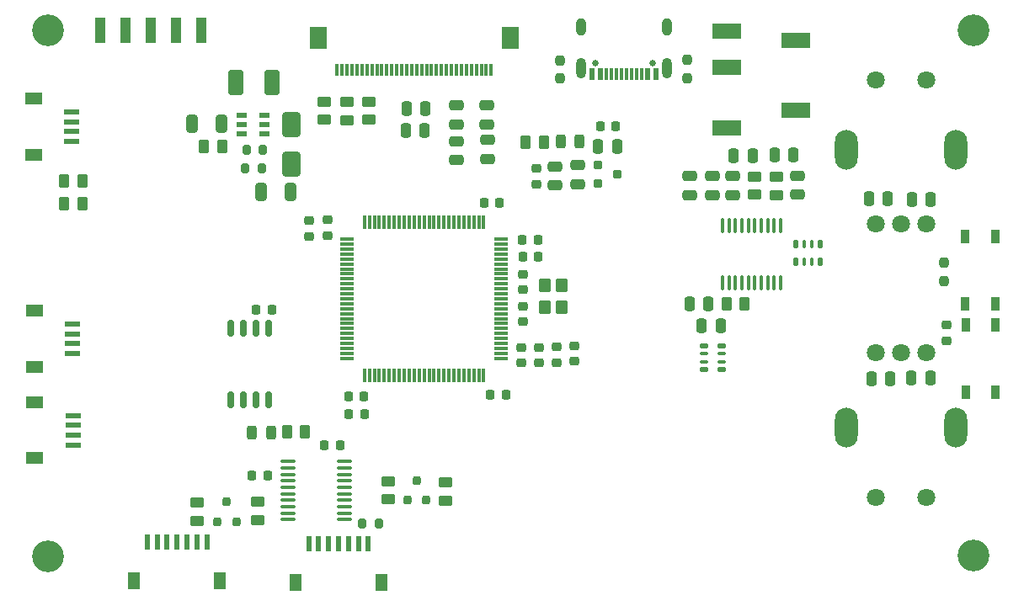
<source format=gbr>
%TF.GenerationSoftware,KiCad,Pcbnew,9.0.0*%
%TF.CreationDate,2025-04-11T20:43:28+08:00*%
%TF.ProjectId,wgr,7767722e-6b69-4636-9164-5f7063625858,rev?*%
%TF.SameCoordinates,Original*%
%TF.FileFunction,Soldermask,Bot*%
%TF.FilePolarity,Negative*%
%FSLAX46Y46*%
G04 Gerber Fmt 4.6, Leading zero omitted, Abs format (unit mm)*
G04 Created by KiCad (PCBNEW 9.0.0) date 2025-04-11 20:43:28*
%MOMM*%
%LPD*%
G01*
G04 APERTURE LIST*
G04 Aperture macros list*
%AMRoundRect*
0 Rectangle with rounded corners*
0 $1 Rounding radius*
0 $2 $3 $4 $5 $6 $7 $8 $9 X,Y pos of 4 corners*
0 Add a 4 corners polygon primitive as box body*
4,1,4,$2,$3,$4,$5,$6,$7,$8,$9,$2,$3,0*
0 Add four circle primitives for the rounded corners*
1,1,$1+$1,$2,$3*
1,1,$1+$1,$4,$5*
1,1,$1+$1,$6,$7*
1,1,$1+$1,$8,$9*
0 Add four rect primitives between the rounded corners*
20,1,$1+$1,$2,$3,$4,$5,0*
20,1,$1+$1,$4,$5,$6,$7,0*
20,1,$1+$1,$6,$7,$8,$9,0*
20,1,$1+$1,$8,$9,$2,$3,0*%
G04 Aperture macros list end*
%ADD10RoundRect,0.250000X-0.262500X-0.450000X0.262500X-0.450000X0.262500X0.450000X-0.262500X0.450000X0*%
%ADD11RoundRect,0.225000X0.225000X0.250000X-0.225000X0.250000X-0.225000X-0.250000X0.225000X-0.250000X0*%
%ADD12RoundRect,0.225000X-0.225000X-0.250000X0.225000X-0.250000X0.225000X0.250000X-0.225000X0.250000X0*%
%ADD13RoundRect,0.100000X0.637500X0.100000X-0.637500X0.100000X-0.637500X-0.100000X0.637500X-0.100000X0*%
%ADD14RoundRect,0.250000X0.450000X-0.262500X0.450000X0.262500X-0.450000X0.262500X-0.450000X-0.262500X0*%
%ADD15RoundRect,0.200000X-0.200000X-0.275000X0.200000X-0.275000X0.200000X0.275000X-0.200000X0.275000X0*%
%ADD16RoundRect,0.200000X0.200000X-0.250000X0.200000X0.250000X-0.200000X0.250000X-0.200000X-0.250000X0*%
%ADD17RoundRect,0.243750X-0.243750X-0.456250X0.243750X-0.456250X0.243750X0.456250X-0.243750X0.456250X0*%
%ADD18RoundRect,0.243750X0.243750X0.456250X-0.243750X0.456250X-0.243750X-0.456250X0.243750X-0.456250X0*%
%ADD19R,0.600000X1.550000*%
%ADD20R,1.200000X1.800000*%
%ADD21C,3.200000*%
%ADD22O,2.300000X4.000000*%
%ADD23C,1.800000*%
%ADD24R,1.550000X0.600000*%
%ADD25R,1.800000X1.200000*%
%ADD26RoundRect,0.225000X-0.250000X0.225000X-0.250000X-0.225000X0.250000X-0.225000X0.250000X0.225000X0*%
%ADD27RoundRect,0.237500X-0.237500X0.250000X-0.237500X-0.250000X0.237500X-0.250000X0.237500X0.250000X0*%
%ADD28RoundRect,0.225000X0.250000X-0.225000X0.250000X0.225000X-0.250000X0.225000X-0.250000X-0.225000X0*%
%ADD29RoundRect,0.250000X-0.250000X-0.475000X0.250000X-0.475000X0.250000X0.475000X-0.250000X0.475000X0*%
%ADD30RoundRect,0.250000X0.250000X0.475000X-0.250000X0.475000X-0.250000X-0.475000X0.250000X-0.475000X0*%
%ADD31RoundRect,0.250000X-0.475000X0.250000X-0.475000X-0.250000X0.475000X-0.250000X0.475000X0.250000X0*%
%ADD32RoundRect,0.250000X-0.450000X0.262500X-0.450000X-0.262500X0.450000X-0.262500X0.450000X0.262500X0*%
%ADD33RoundRect,0.250000X0.262500X0.450000X-0.262500X0.450000X-0.262500X-0.450000X0.262500X-0.450000X0*%
%ADD34RoundRect,0.250000X0.475000X-0.250000X0.475000X0.250000X-0.475000X0.250000X-0.475000X-0.250000X0*%
%ADD35R,0.300000X1.300000*%
%ADD36R,1.800000X2.200000*%
%ADD37RoundRect,0.250000X0.325000X0.650000X-0.325000X0.650000X-0.325000X-0.650000X0.325000X-0.650000X0*%
%ADD38RoundRect,0.125000X0.275000X0.125000X-0.275000X0.125000X-0.275000X-0.125000X0.275000X-0.125000X0*%
%ADD39RoundRect,0.100000X0.300000X0.100000X-0.300000X0.100000X-0.300000X-0.100000X0.300000X-0.100000X0*%
%ADD40RoundRect,0.162500X0.162500X-0.650000X0.162500X0.650000X-0.162500X0.650000X-0.162500X-0.650000X0*%
%ADD41R,1.000000X2.500000*%
%ADD42C,0.650000*%
%ADD43R,0.600000X1.240000*%
%ADD44R,0.300000X1.240000*%
%ADD45O,1.000000X1.800000*%
%ADD46O,1.000000X2.100000*%
%ADD47R,3.000000X1.500000*%
%ADD48RoundRect,0.125000X0.125000X-0.275000X0.125000X0.275000X-0.125000X0.275000X-0.125000X-0.275000X0*%
%ADD49RoundRect,0.100000X0.100000X-0.300000X0.100000X0.300000X-0.100000X0.300000X-0.100000X-0.300000X0*%
%ADD50R,0.900000X1.400000*%
%ADD51RoundRect,0.250001X-0.499999X-0.999999X0.499999X-0.999999X0.499999X0.999999X-0.499999X0.999999X0*%
%ADD52RoundRect,0.200000X-0.250000X-0.200000X0.250000X-0.200000X0.250000X0.200000X-0.250000X0.200000X0*%
%ADD53R,1.475000X0.300000*%
%ADD54R,0.300000X1.475000*%
%ADD55RoundRect,0.250000X0.650000X-1.000000X0.650000X1.000000X-0.650000X1.000000X-0.650000X-1.000000X0*%
%ADD56RoundRect,0.100000X-0.100000X0.637500X-0.100000X-0.637500X0.100000X-0.637500X0.100000X0.637500X0*%
%ADD57RoundRect,0.218750X0.256250X-0.218750X0.256250X0.218750X-0.256250X0.218750X-0.256250X-0.218750X0*%
%ADD58RoundRect,0.250000X-0.350000X0.450000X-0.350000X-0.450000X0.350000X-0.450000X0.350000X0.450000X0*%
%ADD59RoundRect,0.200000X0.200000X0.275000X-0.200000X0.275000X-0.200000X-0.275000X0.200000X-0.275000X0*%
%ADD60R,1.072000X0.532000*%
%ADD61RoundRect,0.218750X-0.218750X-0.256250X0.218750X-0.256250X0.218750X0.256250X-0.218750X0.256250X0*%
G04 APERTURE END LIST*
D10*
%TO.C,R3*%
X221665712Y-13910000D03*
X223490712Y-13910000D03*
%TD*%
D11*
%TO.C,C40*%
X182784106Y-28180000D03*
X181234106Y-28180000D03*
%TD*%
D12*
%TO.C,C41*%
X175515894Y-31200000D03*
X173965894Y-31200000D03*
%TD*%
D13*
%TO.C,U4*%
X177537500Y-30430000D03*
X183262500Y-29780000D03*
X183262500Y-30430000D03*
X183262500Y-31080000D03*
X183262500Y-31730000D03*
X183262500Y-32380000D03*
X183262500Y-33030000D03*
X183262500Y-33680000D03*
X183262500Y-34330000D03*
X183262500Y-34980000D03*
X183262500Y-35630000D03*
X177537500Y-35630000D03*
X177537500Y-34980000D03*
X177537500Y-34330000D03*
X177537500Y-33680000D03*
X177537500Y-33030000D03*
X177537500Y-32380000D03*
X177537500Y-31730000D03*
X177537500Y-31080000D03*
X177537500Y-29780000D03*
%TD*%
D10*
%TO.C,R29*%
X177467500Y-26810000D03*
X179292500Y-26810000D03*
%TD*%
%TO.C,R28*%
X201467500Y2320000D03*
X203292500Y2320000D03*
%TD*%
D14*
%TO.C,R27*%
X193380000Y-33712500D03*
X193380000Y-31887500D03*
%TD*%
%TO.C,R26*%
X187630000Y-33582500D03*
X187630000Y-31757500D03*
%TD*%
D15*
%TO.C,R16*%
X185035000Y-36070000D03*
X186685000Y-36070000D03*
%TD*%
D16*
%TO.C,Q2*%
X191450000Y-33680000D03*
X189550000Y-33680000D03*
X190500000Y-31680000D03*
%TD*%
D17*
%TO.C,LED2*%
X173962500Y-26900000D03*
X175837500Y-26900000D03*
%TD*%
D18*
%TO.C,LED1*%
X206837500Y2380000D03*
X204962500Y2380000D03*
%TD*%
D19*
%TO.C,J5*%
X184650000Y-38100340D03*
X185650000Y-38100340D03*
X183650000Y-38100340D03*
X182650000Y-38100340D03*
X181650000Y-38100340D03*
X180650000Y-38100340D03*
X179650000Y-38100340D03*
D20*
X186950000Y-41975340D03*
X178350000Y-41975340D03*
%TD*%
D21*
%TO.C,H2*%
X246475000Y13575000D03*
%TD*%
D22*
%TO.C,SW9*%
X244675500Y1570000D03*
X233675500Y1570000D03*
D23*
X236635500Y-5930000D03*
X241715500Y-5930000D03*
X239175500Y-5930000D03*
X236635500Y8570000D03*
X241715500Y8570000D03*
%TD*%
D21*
%TO.C,H4*%
X153475000Y-39325000D03*
%TD*%
D22*
%TO.C,SW10*%
X233724500Y-26370000D03*
X244724500Y-26370000D03*
D23*
X241764500Y-18870000D03*
X236684500Y-18870000D03*
X239224500Y-18870000D03*
X241764500Y-33370000D03*
X236684500Y-33370000D03*
%TD*%
D21*
%TO.C,H3*%
X153475000Y13625000D03*
%TD*%
%TO.C,H1*%
X246475000Y-39275000D03*
%TD*%
D15*
%TO.C,R13*%
X173261499Y-285287D03*
X174911499Y-285287D03*
%TD*%
D24*
%TO.C,J7*%
X155837000Y2387000D03*
X155837000Y3387000D03*
X155837000Y4387000D03*
X155837000Y5387000D03*
D25*
X151962000Y1087000D03*
X151962000Y6687000D03*
%TD*%
D26*
%TO.C,C34*%
X201149695Y-10965018D03*
X201149695Y-12515018D03*
%TD*%
D27*
%TO.C,R22*%
X243550000Y-9787500D03*
X243550000Y-11612500D03*
%TD*%
D28*
%TO.C,C30*%
X204539817Y-19825010D03*
X204539817Y-18275010D03*
%TD*%
D29*
%TO.C,C17*%
X236232262Y-21500000D03*
X238132262Y-21500000D03*
%TD*%
D30*
%TO.C,C36*%
X210640894Y1940000D03*
X208740894Y1940000D03*
%TD*%
D31*
%TO.C,C38*%
X204440894Y-100000D03*
X204440894Y-2000000D03*
%TD*%
D11*
%TO.C,C23*%
X185204939Y-23270014D03*
X183654939Y-23270014D03*
%TD*%
D32*
%TO.C,R12*%
X185687045Y6427882D03*
X185687045Y4602882D03*
%TD*%
D33*
%TO.C,R20*%
X170943498Y1911426D03*
X169118498Y1911426D03*
%TD*%
D32*
%TO.C,R11*%
X183487044Y6347881D03*
X183487044Y4522881D03*
%TD*%
D30*
%TO.C,C18*%
X221070000Y-16104470D03*
X219170000Y-16104470D03*
%TD*%
%TO.C,C16*%
X242132262Y-21420000D03*
X240232262Y-21420000D03*
%TD*%
D14*
%TO.C,R2*%
X226680000Y-3012500D03*
X226680000Y-1187500D03*
%TD*%
%TO.C,R1*%
X224430000Y-2942500D03*
X224430000Y-1117500D03*
%TD*%
%TO.C,R21*%
X168426316Y-35737500D03*
X168426316Y-33912500D03*
%TD*%
D24*
%TO.C,J9*%
X155987000Y-28163000D03*
X155987000Y-27163000D03*
X155987000Y-26163000D03*
X155987000Y-25163000D03*
D25*
X152112000Y-29463000D03*
X152112000Y-23863000D03*
%TD*%
D34*
%TO.C,C9*%
X197574618Y4134364D03*
X197574618Y6034362D03*
%TD*%
D35*
%TO.C,LCD1*%
X198000056Y9605382D03*
X197500056Y9605382D03*
X197000056Y9605382D03*
X196500056Y9605382D03*
X196000056Y9605382D03*
X195500056Y9605382D03*
X195000056Y9605382D03*
X194500056Y9605382D03*
X194000056Y9605382D03*
X193500056Y9605382D03*
X193000056Y9605382D03*
X192500056Y9605382D03*
X192000056Y9605382D03*
X191500056Y9605382D03*
X191000056Y9605382D03*
X190500056Y9605382D03*
X190000056Y9605382D03*
X189500056Y9605382D03*
X189000056Y9605382D03*
X188500056Y9605382D03*
X188000056Y9605382D03*
X187500056Y9605382D03*
X187000056Y9605382D03*
X186500056Y9605382D03*
X186000056Y9605382D03*
X185500056Y9605382D03*
X185000056Y9605382D03*
X184500056Y9605382D03*
X184000056Y9605382D03*
X183500056Y9605382D03*
X183000056Y9605382D03*
X182500056Y9605382D03*
D36*
X180600056Y12855382D03*
X199900056Y12855382D03*
%TD*%
D29*
%TO.C,C6*%
X222360000Y959106D03*
X224260000Y959106D03*
%TD*%
D27*
%TO.C,R24*%
X217700000Y10582500D03*
X217700000Y8757500D03*
%TD*%
D28*
%TO.C,C31*%
X202789817Y-19855006D03*
X202789817Y-18305006D03*
%TD*%
%TO.C,C33*%
X201149695Y-15735022D03*
X201149695Y-14185022D03*
%TD*%
D37*
%TO.C,C19*%
X170869395Y4145287D03*
X167919395Y4145287D03*
%TD*%
D38*
%TO.C,RN1*%
X221160000Y-18160000D03*
D39*
X221160000Y-18960000D03*
X221160000Y-19760000D03*
D38*
X221160000Y-20560000D03*
X219360000Y-20560000D03*
D39*
X219360000Y-19760000D03*
X219360000Y-18960000D03*
D38*
X219360000Y-18160000D03*
%TD*%
D34*
%TO.C,C10*%
X194494619Y534363D03*
X194494619Y2434361D03*
%TD*%
D16*
%TO.C,Q1*%
X172376316Y-35865000D03*
X170476316Y-35865000D03*
X171426316Y-33865000D03*
%TD*%
D34*
%TO.C,C11*%
X194534361Y4135383D03*
X194534361Y6035381D03*
%TD*%
D28*
%TO.C,C24*%
X201050010Y-19845061D03*
X201050010Y-18295061D03*
%TD*%
D40*
%TO.C,U5*%
X175580000Y-23562500D03*
X174310000Y-23562500D03*
X173040000Y-23562500D03*
X171770000Y-23562500D03*
X171770000Y-16387500D03*
X173040000Y-16387500D03*
X174310000Y-16387500D03*
X175580000Y-16387500D03*
%TD*%
D28*
%TO.C,C29*%
X181539817Y-7045014D03*
X181539817Y-5495014D03*
%TD*%
D11*
%TO.C,C27*%
X185235183Y-25039978D03*
X183685183Y-25039978D03*
%TD*%
D12*
%TO.C,C28*%
X201144817Y-7490018D03*
X202694817Y-7490018D03*
%TD*%
D41*
%TO.C,J3*%
X168860000Y13575000D03*
X166320000Y13575000D03*
X163780000Y13575000D03*
X161240000Y13575000D03*
X158700000Y13575000D03*
%TD*%
D30*
%TO.C,C15*%
X242167738Y-3460000D03*
X240267738Y-3460000D03*
%TD*%
D28*
%TO.C,C26*%
X179679939Y-7135002D03*
X179679939Y-5585002D03*
%TD*%
D42*
%TO.C,J1*%
X208455000Y10270000D03*
X214235000Y10270000D03*
D43*
X208145000Y9150000D03*
X208945000Y9150000D03*
D44*
X210095000Y9150000D03*
X211095000Y9150000D03*
X211595000Y9150000D03*
X212595000Y9150000D03*
D43*
X213745000Y9150000D03*
X214545000Y9150000D03*
X214545000Y9150000D03*
X213745000Y9150000D03*
D44*
X213095000Y9150000D03*
X212095000Y9150000D03*
X210595000Y9150000D03*
X209595000Y9150000D03*
D43*
X208945000Y9150000D03*
X208145000Y9150000D03*
D45*
X207025000Y13950000D03*
D46*
X207025000Y9750000D03*
D45*
X215665000Y13950000D03*
D46*
X215665000Y9750000D03*
%TD*%
D47*
%TO.C,PJ1*%
X221660000Y13475000D03*
X221660000Y9875000D03*
X228660000Y5575000D03*
X221660000Y3775000D03*
X228660000Y12575000D03*
%TD*%
D30*
%TO.C,C7*%
X228390894Y1030000D03*
X226490894Y1030000D03*
%TD*%
D14*
%TO.C,R23*%
X174536316Y-35677500D03*
X174536316Y-33852500D03*
%TD*%
D48*
%TO.C,RN2*%
X231042208Y-9710000D03*
D49*
X230242208Y-9710000D03*
X229442208Y-9710000D03*
D48*
X228642208Y-9710000D03*
X228642208Y-7910000D03*
D49*
X229442208Y-7910000D03*
X230242208Y-7910000D03*
D48*
X231042208Y-7910000D03*
%TD*%
D50*
%TO.C,SW7*%
X245690000Y-16033000D03*
X245690000Y-22833000D03*
X248690000Y-16033000D03*
X248690000Y-22833000D03*
%TD*%
D29*
%TO.C,C14*%
X235949526Y-3380000D03*
X237849526Y-3380000D03*
%TD*%
D11*
%TO.C,C25*%
X199454939Y-23080006D03*
X197904939Y-23080006D03*
%TD*%
D51*
%TO.C,L1*%
X172293501Y8330287D03*
X175993501Y8330287D03*
%TD*%
D19*
%TO.C,J4*%
X168400000Y-37875000D03*
X169400000Y-37875000D03*
X167400000Y-37875000D03*
X166400000Y-37875000D03*
X165400000Y-37875000D03*
X164400000Y-37875000D03*
X163400000Y-37875000D03*
D20*
X170700000Y-41750000D03*
X162100000Y-41750000D03*
%TD*%
D26*
%TO.C,C32*%
X243789817Y-16085002D03*
X243789817Y-17635002D03*
%TD*%
D50*
%TO.C,SW8*%
X248679000Y-13960000D03*
X248679000Y-7160000D03*
X245679000Y-13960000D03*
X245679000Y-7160000D03*
%TD*%
D52*
%TO.C,U3*%
X210695000Y-900000D03*
X208695000Y-1850000D03*
X208695000Y50000D03*
%TD*%
D32*
%TO.C,R15*%
X181168724Y6413264D03*
X181168724Y4588264D03*
%TD*%
D30*
%TO.C,C4*%
X219820000Y-13940894D03*
X217920000Y-13940894D03*
%TD*%
D37*
%TO.C,C20*%
X177827607Y-2644713D03*
X174877607Y-2644713D03*
%TD*%
D12*
%TO.C,C35*%
X174374695Y-14520014D03*
X175924695Y-14520014D03*
%TD*%
D34*
%TO.C,C8*%
X197634362Y645382D03*
X197634362Y2545380D03*
%TD*%
D11*
%TO.C,C22*%
X198845061Y-3759982D03*
X197295061Y-3759982D03*
%TD*%
D33*
%TO.C,R18*%
X156872500Y-1580000D03*
X155047500Y-1580000D03*
%TD*%
D24*
%TO.C,J8*%
X155927000Y-18947000D03*
X155927000Y-17947000D03*
X155927000Y-16947000D03*
X155927000Y-15947000D03*
D25*
X152052000Y-20247000D03*
X152052000Y-14647000D03*
%TD*%
D53*
%TO.C,IC1*%
X198988000Y-7420000D03*
X198988000Y-7920000D03*
X198988000Y-8420000D03*
X198988000Y-8920000D03*
X198988000Y-9420000D03*
X198988000Y-9920000D03*
X198988000Y-10420000D03*
X198988000Y-10920000D03*
X198988000Y-11420000D03*
X198988000Y-11920000D03*
X198988000Y-12420000D03*
X198988000Y-12920000D03*
X198988000Y-13420000D03*
X198988000Y-13920000D03*
X198988000Y-14420000D03*
X198988000Y-14920000D03*
X198988000Y-15420000D03*
X198988000Y-15920000D03*
X198988000Y-16420000D03*
X198988000Y-16920000D03*
X198988000Y-17420000D03*
X198988000Y-17920000D03*
X198988000Y-18420000D03*
X198988000Y-18920000D03*
X198988000Y-19420000D03*
D54*
X197250000Y-21158000D03*
X196750000Y-21158000D03*
X196250000Y-21158000D03*
X195750000Y-21158000D03*
X195250000Y-21158000D03*
X194750000Y-21158000D03*
X194250000Y-21158000D03*
X193750000Y-21158000D03*
X193250000Y-21158000D03*
X192750000Y-21158000D03*
X192250000Y-21158000D03*
X191750000Y-21158000D03*
X191250000Y-21158000D03*
X190750000Y-21158000D03*
X190250000Y-21158000D03*
X189750000Y-21158000D03*
X189250000Y-21158000D03*
X188750000Y-21158000D03*
X188250000Y-21158000D03*
X187750000Y-21158000D03*
X187250000Y-21158000D03*
X186750000Y-21158000D03*
X186250000Y-21158000D03*
X185750000Y-21158000D03*
X185250000Y-21158000D03*
D53*
X183512000Y-19420000D03*
X183512000Y-18920000D03*
X183512000Y-18420000D03*
X183512000Y-17920000D03*
X183512000Y-17420000D03*
X183512000Y-16920000D03*
X183512000Y-16420000D03*
X183512000Y-15920000D03*
X183512000Y-15420000D03*
X183512000Y-14920000D03*
X183512000Y-14420000D03*
X183512000Y-13920000D03*
X183512000Y-13420000D03*
X183512000Y-12920000D03*
X183512000Y-12420000D03*
X183512000Y-11920000D03*
X183512000Y-11420000D03*
X183512000Y-10920000D03*
X183512000Y-10420000D03*
X183512000Y-9920000D03*
X183512000Y-9420000D03*
X183512000Y-8920000D03*
X183512000Y-8420000D03*
X183512000Y-7920000D03*
X183512000Y-7420000D03*
D54*
X185250000Y-5682000D03*
X185750000Y-5682000D03*
X186250000Y-5682000D03*
X186750000Y-5682000D03*
X187250000Y-5682000D03*
X187750000Y-5682000D03*
X188250000Y-5682000D03*
X188750000Y-5682000D03*
X189250000Y-5682000D03*
X189750000Y-5682000D03*
X190250000Y-5682000D03*
X190750000Y-5682000D03*
X191250000Y-5682000D03*
X191750000Y-5682000D03*
X192250000Y-5682000D03*
X192750000Y-5682000D03*
X193250000Y-5682000D03*
X193750000Y-5682000D03*
X194250000Y-5682000D03*
X194750000Y-5682000D03*
X195250000Y-5682000D03*
X195750000Y-5682000D03*
X196250000Y-5682000D03*
X196750000Y-5682000D03*
X197250000Y-5682000D03*
%TD*%
D27*
%TO.C,R25*%
X204950000Y10552500D03*
X204950000Y8727500D03*
%TD*%
D31*
%TO.C,C3*%
X220200000Y-1090894D03*
X220200000Y-2990894D03*
%TD*%
D55*
%TO.C,D1*%
X177883501Y135287D03*
X177883501Y4135287D03*
%TD*%
D29*
%TO.C,C12*%
X189384363Y3545382D03*
X191284361Y3545382D03*
%TD*%
%TO.C,C13*%
X189484364Y5715382D03*
X191384362Y5715382D03*
%TD*%
D34*
%TO.C,C2*%
X222280000Y-2990894D03*
X222280000Y-1090894D03*
%TD*%
D11*
%TO.C,C21*%
X202704939Y-9210022D03*
X201154939Y-9210022D03*
%TD*%
D26*
%TO.C,C39*%
X202559939Y-335002D03*
X202559939Y-1885002D03*
%TD*%
D31*
%TO.C,C37*%
X206690894Y20000D03*
X206690894Y-1880000D03*
%TD*%
D34*
%TO.C,C1*%
X217910000Y-2990894D03*
X217910000Y-1090894D03*
%TD*%
D56*
%TO.C,U1*%
X221250000Y-6057500D03*
X221900000Y-6057500D03*
X222550000Y-6057500D03*
X223200000Y-6057500D03*
X223850000Y-6057500D03*
X224500000Y-6057500D03*
X225150000Y-6057500D03*
X225800000Y-6057500D03*
X226450000Y-6057500D03*
X227100000Y-6057500D03*
X227100000Y-11782500D03*
X226450000Y-11782500D03*
X225800000Y-11782500D03*
X225150000Y-11782500D03*
X224500000Y-11782500D03*
X223850000Y-11782500D03*
X223200000Y-11782500D03*
X222550000Y-11782500D03*
X221900000Y-11782500D03*
X221250000Y-11782500D03*
%TD*%
D57*
%TO.C,L2*%
X206380000Y-19707500D03*
X206380000Y-18132500D03*
%TD*%
D58*
%TO.C,X1*%
X205050000Y-12050000D03*
X205050000Y-14250000D03*
X203350000Y-14250000D03*
X203350000Y-12050000D03*
%TD*%
D59*
%TO.C,R14*%
X175048501Y1545287D03*
X173398501Y1545287D03*
%TD*%
D34*
%TO.C,C5*%
X228790000Y-2940894D03*
X228790000Y-1040894D03*
%TD*%
D33*
%TO.C,R19*%
X156872500Y-3860000D03*
X155047500Y-3860000D03*
%TD*%
D60*
%TO.C,U2*%
X175203501Y5050287D03*
X175203501Y4100287D03*
X175203501Y3150287D03*
X172905501Y3150287D03*
X172905501Y4100287D03*
X172905501Y5050287D03*
%TD*%
D61*
%TO.C,F1*%
X210537500Y3950000D03*
X208962500Y3950000D03*
%TD*%
M02*

</source>
